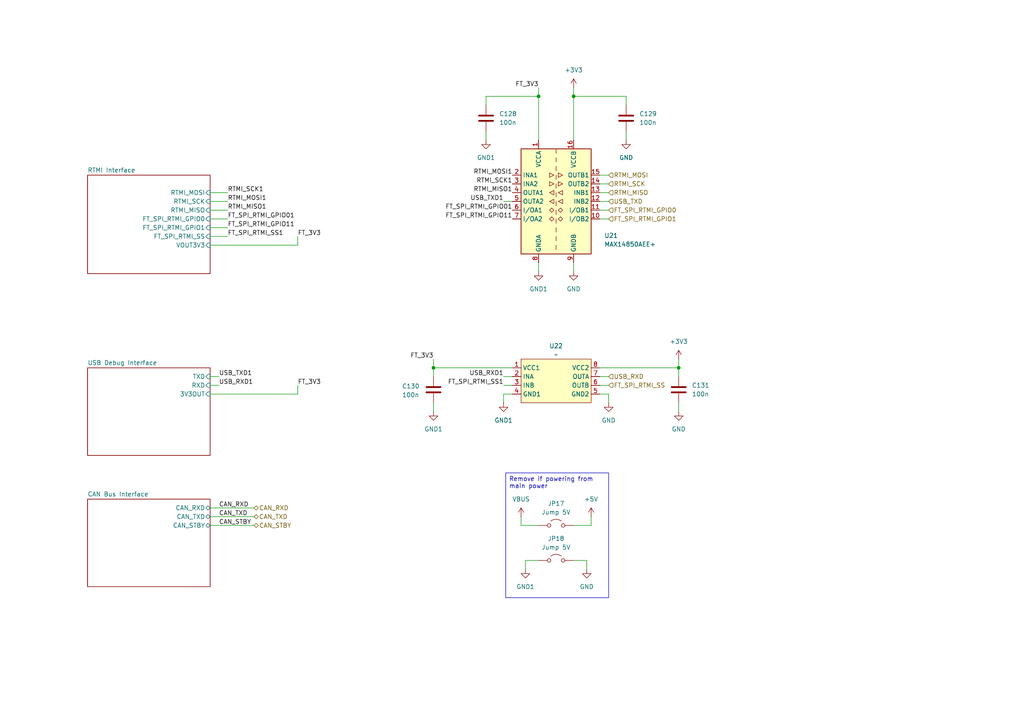
<source format=kicad_sch>
(kicad_sch (version 20231120) (generator "eeschema") (generator_version "8.0")
  (paper "A4")
  (title_block (title "HyperDrive Motor Controller") (date "2024-05-16") (rev "Mk. 1") (company "University of Alberta EcoCar Team"))
  (lib_symbols
    (symbol "Device:C" (pin_numbers hide) (pin_names (offset 0.254))
      (property "Reference" "C" (at 0.635 2.54 0))
      (property "Value" "C" (at 0.635 -2.54 0))
      (symbol "C_0_1"
        (polyline (pts (xy -2.032 -0.762) (xy 2.032 -0.762)) (stroke (width 0.508)))
        (polyline (pts (xy -2.032 0.762) (xy 2.032 0.762)) (stroke (width 0.508)))
      )
      (symbol "C_1_1"
        (pin passive line (at 0 3.81 270) (length 2.794) (name "~") (number "1"))
        (pin passive line (at 0 -3.81 90) (length 2.794) (name "~") (number "2"))
      )
    )
    (symbol "Isolator:MAX14850AEE+"
      (property "Reference" "U" (at -9.525 16.51 0))
      (property "Value" "MAX14850AEE+" (at 13.335 16.51 0))
      (symbol "MAX14850AEE+_0_1"
        (rectangle (start -10.16 15.24) (end 10.16 -15.24) (stroke (width 0.254)) (fill (type background)))
        (polyline (pts (xy 0 -12.7) (xy 0 -13.97)))
        (polyline (pts (xy 0 -10.16) (xy 0 -11.43)))
        (polyline (pts (xy 0 -7.62) (xy 0 -8.89)))
        (polyline (pts (xy 0 -5.08) (xy 0 -6.35)))
        (polyline (pts (xy 0 -2.54) (xy 0 -3.81)))
        (polyline (pts (xy 0 0) (xy 0 -1.27)))
        (polyline (pts (xy 0 2.54) (xy 0 1.27)))
        (polyline (pts (xy 0 5.08) (xy 0 3.81)))
        (polyline (pts (xy 0 7.62) (xy 0 6.35)))
        (polyline (pts (xy 0 10.16) (xy 0 8.89)))
        (polyline (pts (xy 0 12.7) (xy 0 11.43)))
        (polyline (pts (xy 0 15.24) (xy 0 13.97)))
        (polyline (pts (xy -1.905 5.715) (xy -1.905 4.445) (xy -0.635 5.08) (xy -1.905 5.715)))
        (polyline (pts (xy -1.905 8.255) (xy -1.905 6.985) (xy -0.635 7.62) (xy -1.905 8.255)))
        (polyline (pts (xy -0.635 -0.635) (xy -0.635 0.635) (xy -1.905 0) (xy -0.635 -0.635)))
        (polyline (pts (xy -0.635 1.905) (xy -0.635 3.175) (xy -1.905 2.54) (xy -0.635 1.905)))
        (polyline (pts (xy 0.635 5.715) (xy 0.635 4.445) (xy 1.905 5.08) (xy 0.635 5.715)))
        (polyline (pts (xy 0.635 8.255) (xy 0.635 6.985) (xy 1.905 7.62) (xy 0.635 8.255)))
        (polyline (pts (xy 1.905 -0.635) (xy 1.905 0.635) (xy 0.635 0) (xy 1.905 -0.635)))
        (polyline (pts (xy 1.905 1.905) (xy 1.905 3.175) (xy 0.635 2.54) (xy 1.905 1.905)))
        (polyline (pts (xy -1.27 -4.445) (xy -1.905 -5.08) (xy -1.27 -5.715) (xy -0.635 -5.08) (xy -1.27 -4.445)))
        (polyline (pts (xy -1.27 -1.905) (xy -1.905 -2.54) (xy -1.27 -3.175) (xy -0.635 -2.54) (xy -1.27 -1.905)))
        (polyline (pts (xy 1.27 -4.445) (xy 0.635 -5.08) (xy 1.27 -5.715) (xy 1.905 -5.08) (xy 1.27 -4.445)))
        (polyline (pts (xy 1.27 -1.905) (xy 0.635 -2.54) (xy 1.27 -3.175) (xy 1.905 -2.54) (xy 1.27 -1.905)))
      )
      (symbol "MAX14850AEE+_1_1"
        (pin power_in line (at -5.08 17.78 270) (length 2.54) (name "VCCA") (number "1"))
        (pin bidirectional line (at 12.7 -5.08 180) (length 2.54) (name "I/OB2") (number "10"))
        (pin bidirectional line (at 12.7 -2.54 180) (length 2.54) (name "I/OB1") (number "11"))
        (pin input line (at 12.7 0 180) (length 2.54) (name "INB2") (number "12"))
        (pin input line (at 12.7 2.54 180) (length 2.54) (name "INB1") (number "13"))
        (pin output line (at 12.7 5.08 180) (length 2.54) (name "OUTB2") (number "14"))
        (pin output line (at 12.7 7.62 180) (length 2.54) (name "OUTB1") (number "15"))
        (pin power_in line (at 5.08 17.78 270) (length 2.54) (name "VCCB") (number "16"))
        (pin input line (at -12.7 7.62 0) (length 2.54) (name "INA1") (number "2"))
        (pin input line (at -12.7 5.08 0) (length 2.54) (name "INA2") (number "3"))
        (pin output line (at -12.7 2.54 0) (length 2.54) (name "OUTA1") (number "4"))
        (pin output line (at -12.7 0 0) (length 2.54) (name "OUTA2") (number "5"))
        (pin bidirectional line (at -12.7 -2.54 0) (length 2.54) (name "I/OA1") (number "6"))
        (pin bidirectional line (at -12.7 -5.08 0) (length 2.54) (name "I/OA2") (number "7"))
        (pin power_in line (at -5.08 -17.78 90) (length 2.54) (name "GNDA") (number "8"))
        (pin power_in line (at 5.08 -17.78 90) (length 2.54) (name "GNDB") (number "9"))
      )
    )
    (symbol "Jumper:Jumper_2_Open" (pin_numbers hide) (pin_names (offset 0) hide) (exclude_from_sim yes)
      (property "Reference" "JP" (at 0 2.794 0))
      (property "Value" "Jumper_2_Open" (at 0 -2.286 0))
      (symbol "Jumper_2_Open_0_0"
        (circle (center -2.032 0) (radius 0.508))
        (circle (center 2.032 0) (radius 0.508))
      )
      (symbol "Jumper_2_Open_0_1"
        (arc (start 1.524 1.27) (mid 0 1.778) (end -1.524 1.27))
      )
      (symbol "Jumper_2_Open_1_1"
        (pin passive line (at -5.08 0 0) (length 2.54) (name "A") (number "1"))
        (pin passive line (at 5.08 0 180) (length 2.54) (name "B") (number "2"))
      )
    )
    (symbol "ecocad_lib_symbols:ISO6520"
      (property "Reference" "U" (at -0.254 7.874 0))
      (symbol "ISO6520_1_1"
        (rectangle (start -10.16 6.35) (end 10.16 -6.35) (fill (type background)))
        (pin input line (at -12.7 3.81 0) (length 2.54) (name "VCC1") (number "1"))
        (pin input line (at -12.7 1.27 0) (length 2.54) (name "INA") (number "2"))
        (pin input line (at -12.7 -1.27 0) (length 2.54) (name "INB") (number "3"))
        (pin input line (at -12.7 -3.81 0) (length 2.54) (name "GND1") (number "4"))
        (pin input line (at 12.7 -3.81 180) (length 2.54) (name "GND2") (number "5"))
        (pin input line (at 12.7 -1.27 180) (length 2.54) (name "OUTB") (number "6"))
        (pin input line (at 12.7 1.27 180) (length 2.54) (name "OUTA") (number "7"))
        (pin input line (at 12.7 3.81 180) (length 2.54) (name "VCC2") (number "8"))
      )
    )
    (symbol "power:+3V3" (power) (pin_numbers hide) (pin_names (offset 0) hide)
      (property "Value" "+3V3" (at 0 3.556 0))
      (symbol "+3V3_0_1"
        (polyline (pts (xy -0.762 1.27) (xy 0 2.54)))
        (polyline (pts (xy 0 0) (xy 0 2.54)))
        (polyline (pts (xy 0 2.54) (xy 0.762 1.27)))
      )
      (symbol "+3V3_1_1"
        (pin power_in line (at 0 0 90) (length 0) (name "~") (number "1"))
      )
    )
    (symbol "power:+5V" (power) (pin_numbers hide) (pin_names (offset 0) hide)
      (property "Value" "+5V" (at 0 3.556 0))
      (symbol "+5V_0_1"
        (polyline (pts (xy -0.762 1.27) (xy 0 2.54)))
        (polyline (pts (xy 0 0) (xy 0 2.54)))
        (polyline (pts (xy 0 2.54) (xy 0.762 1.27)))
      )
      (symbol "+5V_1_1"
        (pin power_in line (at 0 0 90) (length 0) (name "~") (number "1"))
      )
    )
    (symbol "power:GND" (power) (pin_numbers hide) (pin_names (offset 0) hide)
      (property "Value" "GND" (at 0 -3.81 0))
      (symbol "GND_0_1"
        (polyline (pts (xy 0 0) (xy 0 -1.27) (xy 1.27 -1.27) (xy 0 -2.54) (xy -1.27 -1.27) (xy 0 -1.27)))
      )
      (symbol "GND_1_1"
        (pin power_in line (at 0 0 270) (length 0) (name "~") (number "1"))
      )
    )
    (symbol "power:GND1" (power) (pin_numbers hide) (pin_names (offset 0) hide)
      (property "Value" "GND1" (at 0 -3.81 0))
      (symbol "GND1_0_1"
        (polyline (pts (xy 0 0) (xy 0 -1.27) (xy 1.27 -1.27) (xy 0 -2.54) (xy -1.27 -1.27) (xy 0 -1.27)))
      )
      (symbol "GND1_1_1"
        (pin power_in line (at 0 0 270) (length 0) (name "~") (number "1"))
      )
    )
    (symbol "power:VBUS" (power) (pin_numbers hide) (pin_names (offset 0) hide)
      (property "Value" "VBUS" (at 0 3.556 0))
      (symbol "VBUS_0_1"
        (polyline (pts (xy -0.762 1.27) (xy 0 2.54)))
        (polyline (pts (xy 0 0) (xy 0 2.54)))
        (polyline (pts (xy 0 2.54) (xy 0.762 1.27)))
      )
      (symbol "VBUS_1_1"
        (pin power_in line (at 0 0 90) (length 0) (name "~") (number "1"))
      )
    )
  )
  (junction (at 125.73 106.68))
  (junction (at 166.37 27.94))
  (junction (at 196.85 106.68))
  (junction (at 156.21 27.94))
  (wire (pts (xy 173.99 111.76) (xy 176.53 111.76)))
  (wire (pts (xy 173.99 106.68) (xy 196.85 106.68)))
  (wire (pts (xy 140.97 27.94) (xy 156.21 27.94)))
  (wire (pts (xy 60.96 152.4) (xy 73.66 152.4)))
  (wire (pts (xy 156.21 76.2) (xy 156.21 78.74)))
  (wire (pts (xy 60.96 114.3) (xy 86.36 114.3)))
  (wire (pts (xy 151.13 149.86) (xy 151.13 152.4)))
  (wire (pts (xy 146.05 114.3) (xy 146.05 116.84)))
  (wire (pts (xy 125.73 106.68) (xy 148.59 106.68)))
  (wire (pts (xy 146.05 109.22) (xy 148.59 109.22)))
  (wire (pts (xy 176.53 55.88) (xy 173.99 55.88)))
  (wire (pts (xy 196.85 116.84) (xy 196.85 119.38)))
  (wire (pts (xy 60.96 147.32) (xy 73.66 147.32)))
  (wire (pts (xy 146.05 114.3) (xy 148.59 114.3)))
  (wire (pts (xy 176.53 50.8) (xy 173.99 50.8)))
  (wire (pts (xy 166.37 25.4) (xy 166.37 27.94)))
  (wire (pts (xy 152.4 165.1) (xy 152.4 162.56)))
  (wire (pts (xy 60.96 60.96) (xy 66.04 60.96)))
  (wire (pts (xy 125.73 116.84) (xy 125.73 119.38)))
  (wire (pts (xy 176.53 60.96) (xy 173.99 60.96)))
  (wire (pts (xy 60.96 111.76) (xy 63.5 111.76)))
  (wire (pts (xy 60.96 66.04) (xy 66.04 66.04)))
  (wire (pts (xy 60.96 68.58) (xy 66.04 68.58)))
  (wire (pts (xy 166.37 76.2) (xy 166.37 78.74)))
  (wire (pts (xy 125.73 109.22) (xy 125.73 106.68)))
  (wire (pts (xy 173.99 58.42) (xy 176.53 58.42)))
  (wire (pts (xy 60.96 149.86) (xy 73.66 149.86)))
  (wire (pts (xy 181.61 27.94) (xy 166.37 27.94)))
  (wire (pts (xy 171.45 149.86) (xy 171.45 152.4)))
  (wire (pts (xy 125.73 104.14) (xy 125.73 106.68)))
  (wire (pts (xy 181.61 30.48) (xy 181.61 27.94)))
  (wire (pts (xy 146.05 58.42) (xy 148.59 58.42)))
  (wire (pts (xy 63.5 109.22) (xy 60.96 109.22)))
  (wire (pts (xy 196.85 109.22) (xy 196.85 106.68)))
  (wire (pts (xy 176.53 114.3) (xy 176.53 116.84)))
  (wire (pts (xy 152.4 162.56) (xy 156.21 162.56)))
  (wire (pts (xy 140.97 30.48) (xy 140.97 27.94)))
  (wire (pts (xy 176.53 53.34) (xy 173.99 53.34)))
  (wire (pts (xy 86.36 111.76) (xy 86.36 114.3)))
  (wire (pts (xy 60.96 71.12) (xy 86.36 71.12)))
  (wire (pts (xy 156.21 25.4) (xy 156.21 27.94)))
  (wire (pts (xy 156.21 27.94) (xy 156.21 40.64)))
  (wire (pts (xy 196.85 104.14) (xy 196.85 106.68)))
  (wire (pts (xy 176.53 109.22) (xy 173.99 109.22)))
  (wire (pts (xy 86.36 68.58) (xy 86.36 71.12)))
  (wire (pts (xy 151.13 152.4) (xy 156.21 152.4)))
  (wire (pts (xy 170.18 165.1) (xy 170.18 162.56)))
  (wire (pts (xy 171.45 152.4) (xy 166.37 152.4)))
  (wire (pts (xy 170.18 162.56) (xy 166.37 162.56)))
  (wire (pts (xy 60.96 55.88) (xy 66.04 55.88)))
  (wire (pts (xy 181.61 38.1) (xy 181.61 40.64)))
  (wire (pts (xy 140.97 38.1) (xy 140.97 40.64)))
  (wire (pts (xy 176.53 114.3) (xy 173.99 114.3)))
  (wire (pts (xy 60.96 58.42) (xy 66.04 58.42)))
  (wire (pts (xy 146.05 111.76) (xy 148.59 111.76)))
  (wire (pts (xy 60.96 63.5) (xy 66.04 63.5)))
  (wire (pts (xy 173.99 63.5) (xy 176.53 63.5)))
  (wire (pts (xy 166.37 27.94) (xy 166.37 40.64)))
  (text_box "Remove if powering from main power" (at 146.685 137.16 0) (size 29.845 36.195) (effects (font (size 1.27 1.27)) (justify left top)))
  (label "FT_SPI_RTMI_SS1" (at 66.04 68.58 0))
  (label "FT_SPI_RTMI_GPIO01" (at 66.04 63.5 0))
  (label "CAN_STBY" (at 63.5 152.4 0))
  (label "FT_SPI_RTMI_GPIO11" (at 148.59 63.5 180))
  (label "USB_TXD1" (at 63.5 109.22 0))
  (label "USB_RXD1" (at 146.05 109.22 180))
  (label "FT_3V3" (at 125.73 104.14 180))
  (label "CAN_RXD" (at 63.5 147.32 0))
  (label "FT_3V3" (at 86.36 68.58 0))
  (label "RTMI_SCK1" (at 148.59 53.34 180))
  (label "FT_SPI_RTMI_GPIO01" (at 148.59 60.96 180))
  (label "FT_3V3" (at 86.36 111.76 0))
  (label "FT_3V3" (at 156.21 25.4 180))
  (label "USB_RXD1" (at 63.5 111.76 0))
  (label "RTMI_MOSI1" (at 66.04 58.42 0))
  (label "USB_TXD1" (at 146.05 58.42 180))
  (label "FT_SPI_RTMI_SS1" (at 146.05 111.76 180))
  (label "FT_SPI_RTMI_GPIO11" (at 66.04 66.04 0))
  (label "CAN_TXD" (at 63.5 149.86 0))
  (label "RTMI_MOSI1" (at 148.59 50.8 180))
  (label "RTMI_MISO1" (at 66.04 60.96 0))
  (label "RTMI_MISO1" (at 148.59 55.88 180))
  (label "RTMI_SCK1" (at 66.04 55.88 0))
  (hierarchical_label "USB_TXD" (shape input) (at 176.53 58.42 0))
  (hierarchical_label "FT_SPI_RTMI_GPIO0" (shape input) (at 176.53 60.96 0))
  (hierarchical_label "FT_SPI_RTMI_SS" (shape input) (at 176.53 111.76 0))
  (hierarchical_label "CAN_STBY" (shape bidirectional) (at 73.66 152.4 0))
  (hierarchical_label "FT_SPI_RTMI_GPIO1" (shape input) (at 176.53 63.5 0))
  (hierarchical_label "RTMI_MISO" (shape input) (at 176.53 55.88 0))
  (hierarchical_label "CAN_TXD" (shape bidirectional) (at 73.66 149.86 0))
  (hierarchical_label "RTMI_MOSI" (shape input) (at 176.53 50.8 0))
  (hierarchical_label "USB_RXD" (shape input) (at 176.53 109.22 0))
  (hierarchical_label "CAN_RXD" (shape bidirectional) (at 73.66 147.32 0))
  (hierarchical_label "RTMI_SCK" (shape input) (at 176.53 53.34 0))
  (symbol (lib_id "power:GND1") (at 152.4 165.1 0) (unit 1)
    (property "Reference" "#PWR0204" (effects (hide yes)))
    (property "Value" "GND1" (at 152.4 170.18 0))
    (property "Description" "Power symbol creates a global label with name \"GND1\" , ground" (effects (hide yes)))
  )
  (symbol (lib_id "Device:C") (at 196.85 113.03 0) (unit 1)
    (property "Reference" "C131" (at 200.66 111.7599 0) (effects (justify left)))
    (property "Value" "100n" (at 200.66 114.2999 0) (effects (justify left)))
    (property "Footprint" "Capacitor_SMD:C_0603_1608Metric" (effects (hide yes)))
    (property "Description" "Unpolarized capacitor" (effects (hide yes)))
  )
  (symbol (lib_id "power:+5V") (at 171.45 149.86 0) (unit 1)
    (property "Reference" "#PWR0202" (effects (hide yes)))
    (property "Value" "+5V" (at 171.45 144.78 0))
    (property "Description" "Power symbol creates a global label with name \"+5V\"" (effects (hide yes)))
  )
  (symbol (lib_id "Isolator:MAX14850AEE+") (at 161.29 58.42 0) (unit 1)
    (property "Reference" "U21" (at 175.26 68.326 0) (effects (justify left)))
    (property "Value" "MAX14850AEE+" (at 175.26 70.866 0) (effects (justify left)))
    (property "Footprint" "Package_SO:QSOP-16_3.9x4.9mm_P0.635mm" (effects (hide yes)))
    (property "Datasheet" "https://datasheets.maximintegrated.com/en/ds/MAX14850.pdf" (effects (hide yes)))
    (property "Description" "Six-channel digital isolator, bidirectional, 3V3, 5V, QSOP-16" (effects (hide yes)))
  )
  (symbol (lib_id "power:+3V3") (at 166.37 25.4 0) (unit 1)
    (property "Reference" "#PWR0194" (effects (hide yes)))
    (property "Value" "+3V3" (at 166.37 20.32 0))
    (property "Description" "Power symbol creates a global label with name \"+3V3\"" (effects (hide yes)))
  )
  (symbol (lib_id "power:VBUS") (at 151.13 149.86 0) (unit 1)
    (property "Reference" "#PWR0201" (effects (hide yes)))
    (property "Value" "VBUS" (at 151.13 144.78 0))
    (property "Description" "Power symbol creates a global label with name \"VBUS\"" (effects (hide yes)))
  )
  (symbol (lib_id "power:GND") (at 176.53 116.84 0) (unit 1)
    (property "Reference" "#PWR0190" (effects (hide yes)))
    (property "Value" "GND" (at 176.53 121.92 0))
    (property "Description" "Power symbol creates a global label with name \"GND\" , ground" (effects (hide yes)))
  )
  (symbol (lib_id "power:GND") (at 196.85 119.38 0) (unit 1)
    (property "Reference" "#PWR0199" (effects (hide yes)))
    (property "Value" "GND" (at 196.85 124.46 0))
    (property "Description" "Power symbol creates a global label with name \"GND\" , ground" (effects (hide yes)))
  )
  (symbol (lib_id "power:GND1") (at 156.21 78.74 0) (unit 1)
    (property "Reference" "#PWR086" (effects (hide yes)))
    (property "Value" "GND1" (at 156.21 83.82 0))
    (property "Description" "Power symbol creates a global label with name \"GND1\" , ground" (effects (hide yes)))
  )
  (symbol (lib_id "power:GND") (at 170.18 165.1 0) (unit 1)
    (property "Reference" "#PWR0205" (effects (hide yes)))
    (property "Value" "GND" (at 170.18 170.18 0))
    (property "Description" "Power symbol creates a global label with name \"GND\" , ground" (effects (hide yes)))
  )
  (symbol (lib_id "power:GND") (at 166.37 78.74 0) (unit 1)
    (property "Reference" "#PWR087" (effects (hide yes)))
    (property "Value" "GND" (at 166.37 83.82 0))
    (property "Description" "Power symbol creates a global label with name \"GND\" , ground" (effects (hide yes)))
  )
  (symbol (lib_id "Device:C") (at 140.97 34.29 0) (unit 1)
    (property "Reference" "C128" (at 144.78 33.0199 0) (effects (justify left)))
    (property "Value" "100n" (at 144.78 35.5599 0) (effects (justify left)))
    (property "Footprint" "Capacitor_SMD:C_0603_1608Metric" (effects (hide yes)))
    (property "Description" "Unpolarized capacitor" (effects (hide yes)))
  )
  (symbol (lib_id "Jumper:Jumper_2_Open") (at 161.29 162.56 0) (unit 1) (exclude_from_sim yes)
    (property "Reference" "JP18" (at 161.29 156.21 0))
    (property "Value" "Jump 5V" (at 161.29 158.75 0))
    (property "Footprint" "Connector_PinHeader_2.54mm:PinHeader_1x02_P2.54mm_Vertical" (effects (hide yes)))
    (property "Description" "Jumper, 2-pole, open" (effects (hide yes)))
  )
  (symbol (lib_id "ecocad_lib_symbols:ISO6520") (at 161.29 110.49 0) (unit 1)
    (property "Reference" "U22" (at 161.29 100.33 0))
    (property "Value" "~" (at 161.29 102.87 0))
    (property "Footprint" "Package_SO:SOIC-8_3.9x4.9mm_P1.27mm" (effects (hide yes)))
    (property "Datasheet" "https://www.ti.com/lit/ds/symlink/iso6520.pdf?ts=1717675471267&ref_url=https%253A%252F%252Feu.mouser.com%252F" (effects (hide yes)))
  )
  (symbol (lib_id "Device:C") (at 181.61 34.29 0) (unit 1)
    (property "Reference" "C129" (at 185.42 33.0199 0) (effects (justify left)))
    (property "Value" "100n" (at 185.42 35.5599 0) (effects (justify left)))
    (property "Footprint" "Capacitor_SMD:C_0603_1608Metric" (effects (hide yes)))
    (property "Description" "Unpolarized capacitor" (effects (hide yes)))
  )
  (symbol (lib_id "power:GND1") (at 146.05 116.84 0) (unit 1)
    (property "Reference" "#PWR0188" (effects (hide yes)))
    (property "Value" "GND1" (at 146.05 121.92 0))
    (property "Description" "Power symbol creates a global label with name \"GND1\" , ground" (effects (hide yes)))
  )
  (symbol (lib_id "power:GND1") (at 140.97 40.64 0) (unit 1)
    (property "Reference" "#PWR098" (effects (hide yes)))
    (property "Value" "GND1" (at 140.97 45.72 0))
    (property "Description" "Power symbol creates a global label with name \"GND1\" , ground" (effects (hide yes)))
  )
  (symbol (lib_id "Device:C") (at 125.73 113.03 0) (unit 1)
    (property "Reference" "C130" (at 116.586 112.014 0) (effects (justify left)))
    (property "Value" "100n" (at 116.586 114.554 0) (effects (justify left)))
    (property "Footprint" "Capacitor_SMD:C_0603_1608Metric" (effects (hide yes)))
    (property "Description" "Unpolarized capacitor" (effects (hide yes)))
  )
  (symbol (lib_id "power:+3V3") (at 196.85 104.14 0) (unit 1)
    (property "Reference" "#PWR0193" (effects (hide yes)))
    (property "Value" "+3V3" (at 196.85 99.06 0))
    (property "Description" "Power symbol creates a global label with name \"+3V3\"" (effects (hide yes)))
  )
  (symbol (lib_id "Jumper:Jumper_2_Open") (at 161.29 152.4 0) (unit 1) (exclude_from_sim yes)
    (property "Reference" "JP17" (at 161.29 146.05 0))
    (property "Value" "Jump 5V" (at 161.29 148.59 0))
    (property "Footprint" "Connector_PinHeader_2.54mm:PinHeader_1x02_P2.54mm_Vertical" (effects (hide yes)))
    (property "Description" "Jumper, 2-pole, open" (effects (hide yes)))
  )
  (symbol (lib_id "power:GND1") (at 125.73 119.38 0) (unit 1)
    (property "Reference" "#PWR0197" (effects (hide yes)))
    (property "Value" "GND1" (at 125.73 124.46 0))
    (property "Description" "Power symbol creates a global label with name \"GND1\" , ground" (effects (hide yes)))
  )
  (symbol (lib_id "power:GND") (at 181.61 40.64 0) (unit 1)
    (property "Reference" "#PWR0198" (effects (hide yes)))
    (property "Value" "GND" (at 181.61 45.72 0))
    (property "Description" "Power symbol creates a global label with name \"GND\" , ground" (effects (hide yes)))
  )
  (sheet (at 25.4 106.68) (size 35.56 25.4) (stroke (width 0.1524))
    (property "Sheetname" "USB Debug Interface" (at 25.4 105.9684 0) (effects (justify left bottom)))
    (property "Sheetfile" "USB_Debug_Interface.kicad_sch" (effects (hide yes)))
    (pin "TXD" input (at 60.96 109.22 0))
    (pin "RXD" input (at 60.96 111.76 0))
    (pin "3V3OUT" input (at 60.96 114.3 0))
  )
  (sheet (at 25.4 144.78) (size 35.56 25.4) (stroke (width 0.1524))
    (property "Sheetname" "CAN Bus Interface" (at 25.4 144.0684 0) (effects (justify left bottom)))
    (property "Sheetfile" "CAN_Bus_Interface.kicad_sch" (effects (hide yes)))
    (pin "CAN_RXD" bidirectional (at 60.96 147.32 0))
    (pin "CAN_TXD" bidirectional (at 60.96 149.86 0))
    (pin "CAN_STBY" bidirectional (at 60.96 152.4 0))
  )
  (sheet (at 25.4 50.8) (size 35.56 28.575) (stroke (width 0.1524))
    (property "Sheetname" "RTMI Interface" (at 25.4 50.0884 0) (effects (justify left bottom)))
    (property "Sheetfile" "RTMI_Interface.kicad_sch" (effects (hide yes)))
    (pin "RTMI_MOSI" input (at 60.96 55.88 0))
    (pin "RTMI_SCK" input (at 60.96 58.42 0))
    (pin "RTMI_MISO" input (at 60.96 60.96 0))
    (pin "FT_SPI_RTMI_GPIO0" input (at 60.96 63.5 0))
    (pin "FT_SPI_RTMI_GPIO1" input (at 60.96 66.04 0))
    (pin "FT_SPI_RTMI_SS" input (at 60.96 68.58 0))
    (pin "VOUT3V3" input (at 60.96 71.12 0))
  )
)
</source>
